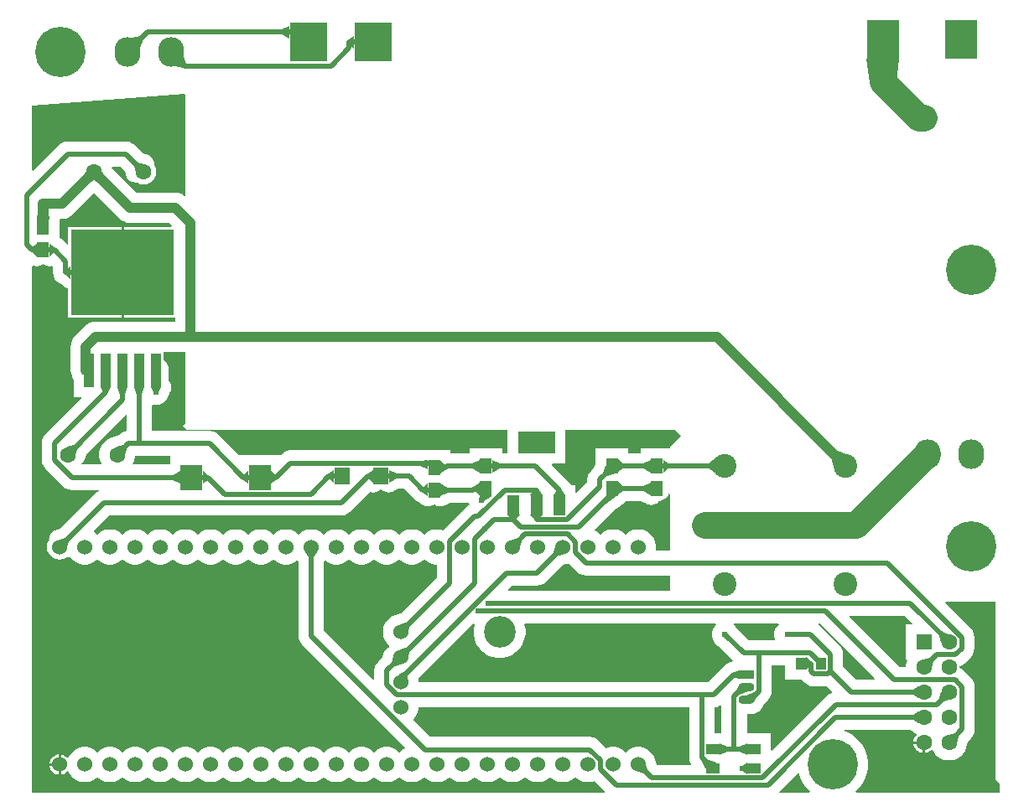
<source format=gtl>
G04*
G04 #@! TF.GenerationSoftware,Altium Limited,Altium Designer,22.3.1 (43)*
G04*
G04 Layer_Physical_Order=1*
G04 Layer_Color=255*
%FSLAX25Y25*%
%MOIN*%
G70*
G04*
G04 #@! TF.SameCoordinates,02BA5850-5A12-481F-9A08-F1AC3C9BE478*
G04*
G04*
G04 #@! TF.FilePolarity,Positive*
G04*
G01*
G75*
%ADD17R,0.05000X0.06000*%
%ADD18R,0.06299X0.06693*%
%ADD19R,0.12992X0.15748*%
%ADD20R,0.14961X0.15748*%
%ADD21R,0.09055X0.09843*%
%ADD22R,0.05421X0.04459*%
%ADD23R,0.41068X0.34252*%
%ADD24R,0.04016X0.13223*%
%ADD25R,0.04331X0.04921*%
%ADD26R,0.14961X0.09055*%
%ADD27R,0.04724X0.07874*%
%ADD51C,0.03937*%
%ADD52C,0.10630*%
%ADD53C,0.02000*%
%ADD54R,0.06299X0.06000*%
%ADD55C,0.06299*%
%ADD56C,0.09449*%
%ADD57O,0.10236X0.11811*%
%ADD58O,0.06299X0.03543*%
%ADD59R,0.06299X0.03543*%
%ADD60C,0.20000*%
%ADD61C,0.06000*%
%ADD62C,0.09843*%
%ADD63C,0.12598*%
%ADD64C,0.02402*%
%ADD65C,0.05906*%
G36*
X257461Y455030D02*
X254461Y456530D01*
Y458530D01*
X257461Y460030D01*
Y455030D01*
D02*
G37*
G36*
X260029Y453350D02*
X260362Y456823D01*
X261776Y458237D01*
X265249Y458570D01*
X260029Y453350D01*
D02*
G37*
G36*
X199312Y454598D02*
X198016Y451506D01*
X194754Y455296D01*
X198004Y456118D01*
X199312Y454598D01*
D02*
G37*
G36*
X283052Y451157D02*
X281049Y452657D01*
Y454657D01*
X283052Y456157D01*
Y451157D01*
D02*
G37*
G36*
X287278Y449966D02*
X283832Y452657D01*
X283832Y454657D01*
X287277Y457348D01*
X287278Y449966D01*
D02*
G37*
G36*
X216376Y444938D02*
X215070Y443416D01*
X211963Y444108D01*
X215218Y447903D01*
X216376Y444938D01*
D02*
G37*
G36*
X498602Y437713D02*
X487972D01*
X486791Y446964D01*
X499783D01*
X498602Y437713D01*
D02*
G37*
G36*
X199540Y405143D02*
X196200Y401803D01*
X195604Y404325D01*
X197018Y405739D01*
X199540Y405143D01*
D02*
G37*
G36*
X184082Y400360D02*
X181298Y397576D01*
X179658Y398719D01*
X178018Y397576D01*
X175234Y400360D01*
X176514Y402197D01*
X179658Y399054D01*
X182801Y402197D01*
X184082Y400360D01*
D02*
G37*
G36*
X216000Y432632D02*
Y392641D01*
X215548Y392427D01*
X215204Y392710D01*
X214167Y393264D01*
X213042Y393605D01*
X211872Y393720D01*
X196419D01*
X187206Y402934D01*
X186792Y403527D01*
X187053Y404027D01*
X190181D01*
X191946Y402262D01*
X192273Y400875D01*
X192295Y400819D01*
X192303Y400759D01*
X192481Y400327D01*
X192647Y399891D01*
X192682Y399841D01*
X192706Y399785D01*
X192990Y399415D01*
X193263Y399036D01*
X193310Y398998D01*
X193347Y398950D01*
X193717Y398666D01*
X194079Y398371D01*
X194134Y398346D01*
X194182Y398309D01*
X194614Y398130D01*
X195040Y397939D01*
X195099Y397929D01*
X195155Y397906D01*
X195618Y397845D01*
X196079Y397770D01*
X196140Y397776D01*
X196200Y397768D01*
X196577Y397818D01*
X196818Y397633D01*
X198035Y397129D01*
X199340Y396957D01*
X200645Y397129D01*
X201862Y397633D01*
X202906Y398434D01*
X203708Y399478D01*
X204211Y400695D01*
X204383Y402000D01*
X204211Y403305D01*
X203708Y404522D01*
X203524Y404760D01*
X203575Y405143D01*
X203567Y405204D01*
X203573Y405264D01*
X203498Y405724D01*
X203437Y406188D01*
X203414Y406244D01*
X203404Y406304D01*
X203213Y406729D01*
X203034Y407161D01*
X202997Y407209D01*
X202973Y407264D01*
X202677Y407626D01*
X202393Y407996D01*
X202345Y408033D01*
X202307Y408080D01*
X201928Y408353D01*
X201557Y408637D01*
X201501Y408661D01*
X201452Y408696D01*
X201016Y408862D01*
X200585Y409040D01*
X200524Y409048D01*
X200468Y409070D01*
X199073Y409399D01*
X195836Y412636D01*
X194792Y413438D01*
X193575Y413941D01*
X192270Y414113D01*
X169230D01*
X167925Y413941D01*
X166708Y413438D01*
X165664Y412636D01*
X155501Y402473D01*
X155039Y402664D01*
Y428311D01*
X215633Y432972D01*
X216000Y432632D01*
D02*
G37*
G36*
X161955Y383008D02*
X156955D01*
X157487Y388914D01*
X161424D01*
X161955Y383008D01*
D02*
G37*
G36*
X163958Y372008D02*
Y370008D01*
X161955Y368508D01*
Y373508D01*
X163958Y372008D01*
D02*
G37*
G36*
X156955Y368508D02*
X154952Y370008D01*
Y372008D01*
X156955Y373508D01*
Y368508D01*
D02*
G37*
G36*
X170466Y359482D02*
X168463Y360982D01*
Y362982D01*
X170466Y364482D01*
Y359482D01*
D02*
G37*
G36*
X189694Y383482D02*
X190603Y382736D01*
X191640Y382182D01*
X192765Y381841D01*
X193935Y381726D01*
X209388D01*
X210543Y380570D01*
X210352Y380108D01*
X191500D01*
Y361982D01*
Y343856D01*
X211854D01*
Y342367D01*
X180330D01*
X179160Y342252D01*
X178035Y341911D01*
X176998Y341357D01*
X176089Y340611D01*
X172139Y336661D01*
X171393Y335752D01*
X170839Y334715D01*
X170498Y333590D01*
X170383Y332420D01*
Y323039D01*
X170381Y323019D01*
X170496Y321849D01*
X170837Y320724D01*
X171391Y319687D01*
X171607Y319425D01*
Y312408D01*
X174524D01*
X174716Y311946D01*
X160415Y297645D01*
X159614Y296601D01*
X159110Y295384D01*
X158938Y294079D01*
Y287469D01*
X159110Y286164D01*
X159614Y284947D01*
X160415Y283903D01*
X167384Y276934D01*
X168428Y276132D01*
X169645Y275629D01*
X170950Y275457D01*
X181538D01*
X181638Y274957D01*
X180994Y274691D01*
X179950Y273889D01*
X166096Y260035D01*
X164820Y259712D01*
X164795Y259702D01*
X164768Y259698D01*
X164306Y259507D01*
X163842Y259321D01*
X163820Y259305D01*
X163795Y259295D01*
X163398Y258991D01*
X162997Y258692D01*
X162981Y258670D01*
X162959Y258654D01*
X162655Y258257D01*
X162345Y257865D01*
X162335Y257840D01*
X162318Y257818D01*
X162127Y257356D01*
X161929Y256897D01*
X161925Y256870D01*
X161915Y256845D01*
X161850Y256349D01*
X161778Y255855D01*
X161781Y255828D01*
X161778Y255801D01*
X161809Y255559D01*
X161633Y255329D01*
X161129Y254112D01*
X160957Y252807D01*
X161129Y251502D01*
X161633Y250285D01*
X162434Y249241D01*
X163478Y248440D01*
X164695Y247936D01*
X166000Y247764D01*
X167305Y247936D01*
X168522Y248440D01*
X168752Y248616D01*
X168994Y248585D01*
X169021Y248588D01*
X169048Y248585D01*
X169542Y248657D01*
X170038Y248722D01*
X170063Y248732D01*
X170090Y248736D01*
X170254Y248807D01*
X170563Y248345D01*
X171538Y247370D01*
X172684Y246604D01*
X173958Y246076D01*
X175311Y245807D01*
X176689D01*
X178042Y246076D01*
X179316Y246604D01*
X180462Y247370D01*
X181000Y247907D01*
X181538Y247370D01*
X182684Y246604D01*
X183958Y246076D01*
X185311Y245807D01*
X186689D01*
X188042Y246076D01*
X189316Y246604D01*
X190462Y247370D01*
X191000Y247907D01*
X191538Y247370D01*
X192684Y246604D01*
X193958Y246076D01*
X195311Y245807D01*
X196689D01*
X198042Y246076D01*
X199316Y246604D01*
X200462Y247370D01*
X201000Y247907D01*
X201538Y247370D01*
X202684Y246604D01*
X203958Y246076D01*
X205311Y245807D01*
X206689D01*
X208042Y246076D01*
X209316Y246604D01*
X210462Y247370D01*
X211000Y247907D01*
X211538Y247370D01*
X212684Y246604D01*
X213958Y246076D01*
X215311Y245807D01*
X216689D01*
X218042Y246076D01*
X219316Y246604D01*
X220462Y247370D01*
X221000Y247907D01*
X221538Y247370D01*
X222684Y246604D01*
X223958Y246076D01*
X225311Y245807D01*
X226689D01*
X228042Y246076D01*
X229316Y246604D01*
X230462Y247370D01*
X231000Y247907D01*
X231538Y247370D01*
X232684Y246604D01*
X233958Y246076D01*
X235311Y245807D01*
X236689D01*
X238042Y246076D01*
X239316Y246604D01*
X240462Y247370D01*
X241000Y247907D01*
X241538Y247370D01*
X242684Y246604D01*
X243958Y246076D01*
X245311Y245807D01*
X246689D01*
X248042Y246076D01*
X249316Y246604D01*
X250462Y247370D01*
X251000Y247907D01*
X251538Y247370D01*
X252684Y246604D01*
X253958Y246076D01*
X255311Y245807D01*
X256689D01*
X258042Y246076D01*
X259316Y246604D01*
X260462Y247370D01*
X260957Y247157D01*
Y217485D01*
X261129Y216180D01*
X261632Y214963D01*
X262434Y213919D01*
X303266Y173087D01*
X303168Y172597D01*
X302684Y172396D01*
X301538Y171630D01*
X301000Y171093D01*
X300462Y171630D01*
X299316Y172396D01*
X298042Y172924D01*
X296689Y173193D01*
X295311D01*
X293958Y172924D01*
X292684Y172396D01*
X291538Y171630D01*
X291000Y171093D01*
X290462Y171630D01*
X289316Y172396D01*
X288042Y172924D01*
X286689Y173193D01*
X285311D01*
X283958Y172924D01*
X282684Y172396D01*
X281538Y171630D01*
X281000Y171093D01*
X280462Y171630D01*
X279316Y172396D01*
X278042Y172924D01*
X276689Y173193D01*
X275311D01*
X273958Y172924D01*
X272684Y172396D01*
X271538Y171630D01*
X271000Y171093D01*
X270462Y171630D01*
X269316Y172396D01*
X268042Y172924D01*
X266689Y173193D01*
X265311D01*
X263958Y172924D01*
X262684Y172396D01*
X261538Y171630D01*
X261000Y171093D01*
X260462Y171630D01*
X259316Y172396D01*
X258042Y172924D01*
X256689Y173193D01*
X255311D01*
X253958Y172924D01*
X252684Y172396D01*
X251538Y171630D01*
X251000Y171093D01*
X250462Y171630D01*
X249316Y172396D01*
X248042Y172924D01*
X246689Y173193D01*
X245311D01*
X243958Y172924D01*
X242684Y172396D01*
X241538Y171630D01*
X241000Y171093D01*
X240462Y171630D01*
X239316Y172396D01*
X238042Y172924D01*
X236689Y173193D01*
X235311D01*
X233958Y172924D01*
X232684Y172396D01*
X231538Y171630D01*
X231000Y171093D01*
X230462Y171630D01*
X229316Y172396D01*
X228042Y172924D01*
X226689Y173193D01*
X225311D01*
X223958Y172924D01*
X222684Y172396D01*
X221538Y171630D01*
X221000Y171093D01*
X220462Y171630D01*
X219316Y172396D01*
X218042Y172924D01*
X216689Y173193D01*
X215311D01*
X213958Y172924D01*
X212684Y172396D01*
X211538Y171630D01*
X211000Y171093D01*
X210462Y171630D01*
X209316Y172396D01*
X208042Y172924D01*
X206689Y173193D01*
X205311D01*
X203958Y172924D01*
X202684Y172396D01*
X201538Y171630D01*
X201000Y171093D01*
X200462Y171630D01*
X199316Y172396D01*
X198042Y172924D01*
X196689Y173193D01*
X195311D01*
X193958Y172924D01*
X192684Y172396D01*
X191538Y171630D01*
X191000Y171093D01*
X190462Y171630D01*
X189316Y172396D01*
X188042Y172924D01*
X186689Y173193D01*
X185311D01*
X183958Y172924D01*
X182684Y172396D01*
X181538Y171630D01*
X181000Y171093D01*
X180462Y171630D01*
X179316Y172396D01*
X178042Y172924D01*
X176689Y173193D01*
X175311D01*
X173958Y172924D01*
X172684Y172396D01*
X171538Y171630D01*
X170563Y170655D01*
X169797Y169509D01*
X169571Y168963D01*
X168988Y168862D01*
X168456Y169394D01*
X167544Y169920D01*
X166527Y170193D01*
X166500D01*
Y166193D01*
Y162193D01*
X166527D01*
X167544Y162466D01*
X168456Y162992D01*
X168988Y163524D01*
X169571Y163423D01*
X169797Y162877D01*
X170563Y161731D01*
X171538Y160756D01*
X172684Y159990D01*
X173958Y159462D01*
X175311Y159193D01*
X176689D01*
X178042Y159462D01*
X179316Y159990D01*
X180462Y160756D01*
X181000Y161294D01*
X181538Y160756D01*
X182684Y159990D01*
X183958Y159462D01*
X185311Y159193D01*
X186689D01*
X188042Y159462D01*
X189316Y159990D01*
X190462Y160756D01*
X191000Y161294D01*
X191538Y160756D01*
X192684Y159990D01*
X193958Y159462D01*
X195311Y159193D01*
X196689D01*
X198042Y159462D01*
X199316Y159990D01*
X200462Y160756D01*
X201000Y161294D01*
X201538Y160756D01*
X202684Y159990D01*
X203958Y159462D01*
X205311Y159193D01*
X206689D01*
X208042Y159462D01*
X209316Y159990D01*
X210462Y160756D01*
X211000Y161294D01*
X211538Y160756D01*
X212684Y159990D01*
X213958Y159462D01*
X215311Y159193D01*
X216689D01*
X218042Y159462D01*
X219316Y159990D01*
X220462Y160756D01*
X221000Y161294D01*
X221538Y160756D01*
X222684Y159990D01*
X223958Y159462D01*
X225311Y159193D01*
X226689D01*
X228042Y159462D01*
X229316Y159990D01*
X230462Y160756D01*
X231000Y161294D01*
X231538Y160756D01*
X232684Y159990D01*
X233958Y159462D01*
X235311Y159193D01*
X236689D01*
X238042Y159462D01*
X239316Y159990D01*
X240462Y160756D01*
X241000Y161294D01*
X241538Y160756D01*
X242684Y159990D01*
X243958Y159462D01*
X245311Y159193D01*
X246689D01*
X248042Y159462D01*
X249316Y159990D01*
X250462Y160756D01*
X251000Y161294D01*
X251538Y160756D01*
X252684Y159990D01*
X253958Y159462D01*
X255311Y159193D01*
X256689D01*
X258042Y159462D01*
X259316Y159990D01*
X260462Y160756D01*
X261000Y161294D01*
X261538Y160756D01*
X262684Y159990D01*
X263958Y159462D01*
X265311Y159193D01*
X266689D01*
X268042Y159462D01*
X269316Y159990D01*
X270462Y160756D01*
X271000Y161294D01*
X271538Y160756D01*
X272684Y159990D01*
X273958Y159462D01*
X275311Y159193D01*
X276689D01*
X278042Y159462D01*
X279316Y159990D01*
X280462Y160756D01*
X281000Y161294D01*
X281538Y160756D01*
X282684Y159990D01*
X283958Y159462D01*
X285311Y159193D01*
X286689D01*
X288042Y159462D01*
X289316Y159990D01*
X290462Y160756D01*
X291000Y161294D01*
X291538Y160756D01*
X292684Y159990D01*
X293958Y159462D01*
X295311Y159193D01*
X296689D01*
X298042Y159462D01*
X299316Y159990D01*
X300462Y160756D01*
X301000Y161294D01*
X301538Y160756D01*
X302684Y159990D01*
X303958Y159462D01*
X305311Y159193D01*
X306689D01*
X308042Y159462D01*
X309316Y159990D01*
X310462Y160756D01*
X311000Y161294D01*
X311538Y160756D01*
X312684Y159990D01*
X313958Y159462D01*
X315311Y159193D01*
X316689D01*
X318042Y159462D01*
X319316Y159990D01*
X320462Y160756D01*
X321000Y161294D01*
X321538Y160756D01*
X322684Y159990D01*
X323958Y159462D01*
X325311Y159193D01*
X326689D01*
X328042Y159462D01*
X329316Y159990D01*
X330462Y160756D01*
X331000Y161294D01*
X331538Y160756D01*
X332684Y159990D01*
X333958Y159462D01*
X335311Y159193D01*
X336689D01*
X338042Y159462D01*
X339316Y159990D01*
X340462Y160756D01*
X341000Y161294D01*
X341538Y160756D01*
X342684Y159990D01*
X343958Y159462D01*
X345311Y159193D01*
X346689D01*
X348042Y159462D01*
X349316Y159990D01*
X350462Y160756D01*
X351000Y161294D01*
X351538Y160756D01*
X352684Y159990D01*
X353958Y159462D01*
X355311Y159193D01*
X356689D01*
X358042Y159462D01*
X359316Y159990D01*
X360462Y160756D01*
X361000Y161294D01*
X361538Y160756D01*
X362684Y159990D01*
X363958Y159462D01*
X365311Y159193D01*
X366689D01*
X368042Y159462D01*
X369316Y159990D01*
X370462Y160756D01*
X371000Y161294D01*
X371538Y160756D01*
X372684Y159990D01*
X373958Y159462D01*
X375311Y159193D01*
X376689D01*
X378042Y159462D01*
X378569Y159680D01*
X382748Y155501D01*
X382557Y155039D01*
X155039D01*
Y364423D01*
X155265Y364608D01*
X155539Y364741D01*
X155688Y364703D01*
X155911Y364611D01*
X156196Y364573D01*
X156475Y364502D01*
X156716Y364505D01*
X156955Y364474D01*
X157241Y364511D01*
X157529Y364514D01*
X157761Y364580D01*
X157999Y364611D01*
X158265Y364721D01*
X158543Y364799D01*
X158750Y364922D01*
X158972Y365014D01*
X159201Y365189D01*
X159449Y365336D01*
X159462D01*
X159462Y365336D01*
X159709Y365189D01*
X159938Y365014D01*
X160160Y364922D01*
X160368Y364799D01*
X160645Y364721D01*
X160911Y364611D01*
X161150Y364580D01*
X161382Y364514D01*
X161670Y364511D01*
X161955Y364474D01*
X162194Y364505D01*
X162435Y364502D01*
X162714Y364573D01*
X162999Y364611D01*
X163002Y364612D01*
X163420Y364286D01*
Y361982D01*
X163592Y360677D01*
X164095Y359460D01*
X164897Y358416D01*
X165941Y357614D01*
X166585Y357348D01*
X168048Y356253D01*
X168258Y356135D01*
X168449Y355988D01*
X168715Y355878D01*
X168966Y355737D01*
X169199Y355677D01*
X169422Y355585D01*
X169466Y355579D01*
Y343856D01*
X190500D01*
Y361982D01*
Y380108D01*
X169466D01*
Y373285D01*
X169004Y373094D01*
X167524Y374574D01*
X166480Y375376D01*
X165955Y375593D01*
Y382745D01*
X165990Y383008D01*
X166418Y383329D01*
X166984D01*
X168154Y383444D01*
X169279Y383785D01*
X170316Y384339D01*
X171225Y385085D01*
X179658Y393518D01*
X189694Y383482D01*
D02*
G37*
G36*
X185307Y314405D02*
X183307D01*
X182299Y316408D01*
X186315D01*
X185307Y314405D01*
D02*
G37*
G36*
X205386Y314281D02*
X203386D01*
X202378Y316408D01*
X206394D01*
X205386Y314281D01*
D02*
G37*
G36*
X198693Y313408D02*
X196693D01*
X195685Y316408D01*
X199701D01*
X198693Y313408D01*
D02*
G37*
G36*
X192000D02*
X190000D01*
X188992Y316408D01*
X193008D01*
X192000Y313408D01*
D02*
G37*
G36*
X216000Y302000D02*
X215000Y301000D01*
X216500Y299500D01*
X344020D01*
Y290051D01*
X341955D01*
Y292008D01*
X328955D01*
Y290051D01*
X321401D01*
Y291471D01*
X312664D01*
X312401Y291506D01*
X312195Y291478D01*
X311987Y291484D01*
X311859Y291471D01*
X308401D01*
Y291204D01*
X257775D01*
X256470Y291032D01*
X255253Y290528D01*
X254209Y289727D01*
X253903Y289421D01*
X237263D01*
X229192Y297492D01*
X228148Y298293D01*
X226931Y298797D01*
X225626Y298969D01*
X202736D01*
Y309075D01*
X203236Y309389D01*
X204385Y309238D01*
X204386D01*
X205691Y309410D01*
X206908Y309913D01*
X207952Y310715D01*
X208753Y311759D01*
X209257Y312976D01*
X209267Y313050D01*
X210040Y314680D01*
X210151Y315027D01*
X210291Y315364D01*
X210312Y315526D01*
X210363Y315683D01*
X210381Y316047D01*
X210428Y316408D01*
X210407Y316570D01*
X210415Y316734D01*
X210338Y317091D01*
X210291Y317452D01*
X210228Y317604D01*
X210193Y317764D01*
X210027Y318088D01*
X209888Y318425D01*
X209788Y318555D01*
X209713Y318701D01*
X209469Y318971D01*
X209429Y319023D01*
Y323019D01*
X209257Y324324D01*
X208753Y325541D01*
X207952Y326585D01*
X207394Y327013D01*
Y330373D01*
X216000D01*
Y302000D01*
D02*
G37*
G36*
X413000Y297000D02*
X408500Y292500D01*
Y292008D01*
X396955D01*
Y290051D01*
X392000D01*
Y292045D01*
X379000D01*
Y285764D01*
X378421Y284340D01*
X377234Y283153D01*
X376432Y282109D01*
X375929Y280892D01*
X375757Y279587D01*
Y278670D01*
X371417Y274330D01*
X370917Y274537D01*
Y277437D01*
X369140D01*
X368922Y277962D01*
X368121Y279006D01*
X361617Y285510D01*
X361808Y285972D01*
X366980D01*
Y299500D01*
X410500D01*
X413000Y297000D01*
D02*
G37*
G36*
X192581Y291825D02*
X191985Y289303D01*
X188645Y292643D01*
X191167Y293239D01*
X192581Y291825D01*
D02*
G37*
G36*
X172896D02*
X172300Y289303D01*
X168960Y292643D01*
X171482Y293239D01*
X172896Y291825D01*
D02*
G37*
G36*
X209889Y285543D02*
X195328D01*
X195092Y285984D01*
X195178Y286113D01*
X195717Y287415D01*
X195905Y288356D01*
X195912Y288375D01*
X196032Y288883D01*
X209889D01*
Y285543D01*
D02*
G37*
G36*
X192650Y305207D02*
Y298888D01*
X191963Y298797D01*
X190746Y298293D01*
X189702Y297492D01*
X189108Y296899D01*
X187717Y296570D01*
X187695Y296561D01*
X186757Y296375D01*
X185456Y295836D01*
X184285Y295054D01*
X183289Y294058D01*
X182507Y292887D01*
X181968Y291585D01*
X181693Y290204D01*
Y288796D01*
X181968Y287415D01*
X182507Y286113D01*
X182593Y285984D01*
X182357Y285543D01*
X174811D01*
X174633Y286043D01*
X174783Y286166D01*
X175153Y286450D01*
X175190Y286498D01*
X175237Y286536D01*
X175510Y286915D01*
X175794Y287285D01*
X175818Y287341D01*
X175853Y287391D01*
X176019Y287827D01*
X176198Y288259D01*
X176205Y288319D01*
X176227Y288375D01*
X176555Y289766D01*
X192188Y305399D01*
X192650Y305207D01*
D02*
G37*
G36*
X478749Y289837D02*
X473737Y284826D01*
X472513Y288279D01*
X475297Y291062D01*
X478749Y289837D01*
D02*
G37*
G36*
X312401Y283661D02*
X309401Y285161D01*
Y287161D01*
X312401Y287471D01*
Y283661D01*
D02*
G37*
G36*
X390003Y286045D02*
Y284045D01*
X388000Y282545D01*
Y287545D01*
X390003Y286045D01*
D02*
G37*
G36*
X407958Y286008D02*
Y284008D01*
X405955Y282508D01*
Y287508D01*
X407958Y286008D01*
D02*
G37*
G36*
X400955Y282508D02*
X397955Y284008D01*
Y286008D01*
X400955Y287508D01*
Y282508D01*
D02*
G37*
G36*
X340955Y286008D02*
Y284008D01*
X337955Y282508D01*
Y287508D01*
X340955Y286008D01*
D02*
G37*
G36*
X332955Y282508D02*
X329955Y284008D01*
Y286008D01*
X332955Y287508D01*
Y282508D01*
D02*
G37*
G36*
X319404Y285471D02*
Y283471D01*
X317401Y281971D01*
Y286971D01*
X319404Y285471D01*
D02*
G37*
G36*
X427297Y281579D02*
X423990Y284122D01*
Y286122D01*
X427297Y288665D01*
Y281579D01*
D02*
G37*
G36*
X387112Y282045D02*
X383514Y280887D01*
X381842Y282043D01*
X383000Y284890D01*
X387112Y282045D01*
D02*
G37*
G36*
X299866Y282000D02*
Y280000D01*
X296866Y278500D01*
Y283500D01*
X299866Y282000D01*
D02*
G37*
G36*
X290567Y278500D02*
X288564Y280000D01*
Y282000D01*
X290567Y283500D01*
Y278500D01*
D02*
G37*
G36*
X275134D02*
X273131Y280000D01*
Y282000D01*
X275134Y283500D01*
Y278500D01*
D02*
G37*
G36*
X252114Y281500D02*
Y279500D01*
X250111Y278000D01*
Y283000D01*
X252114Y281500D01*
D02*
G37*
G36*
X241055Y278000D02*
X239052Y279500D01*
Y281500D01*
X241055Y283000D01*
Y278000D01*
D02*
G37*
G36*
X224948Y281500D02*
Y279500D01*
X222945Y278000D01*
Y283000D01*
X224948Y281500D01*
D02*
G37*
G36*
X213889Y278000D02*
X210889Y279500D01*
Y281500D01*
X213889Y283000D01*
Y278000D01*
D02*
G37*
G36*
X306832Y271905D02*
X307876Y271104D01*
X308520Y270837D01*
X309983Y269741D01*
X310193Y269623D01*
X310384Y269477D01*
X310650Y269367D01*
X310902Y269226D01*
X311135Y269166D01*
X311357Y269074D01*
X311643Y269036D01*
X311922Y268965D01*
X312163Y268968D01*
X312401Y268936D01*
X312687Y268974D01*
X312975Y268977D01*
X313207Y269042D01*
X313446Y269074D01*
X313712Y269184D01*
X313989Y269262D01*
X314196Y269385D01*
X314419Y269477D01*
X314647Y269652D01*
X314895Y269799D01*
X314922Y269827D01*
X315178Y269604D01*
X315288Y269551D01*
X315384Y269477D01*
X315760Y269321D01*
X316125Y269144D01*
X316245Y269120D01*
X316357Y269074D01*
X316760Y269021D01*
X317160Y268944D01*
X317281Y268952D01*
X317401Y268936D01*
X317805Y268989D01*
X318210Y269018D01*
X318325Y269058D01*
X318446Y269074D01*
X318821Y269230D01*
X319206Y269362D01*
X321337Y270428D01*
X328691D01*
X328762Y269890D01*
X328901Y269554D01*
X328592Y269426D01*
X327548Y268625D01*
X318338Y259415D01*
X318042Y259538D01*
X316689Y259807D01*
X315311D01*
X313958Y259538D01*
X312684Y259010D01*
X311538Y258244D01*
X311000Y257706D01*
X310462Y258244D01*
X309316Y259010D01*
X308042Y259538D01*
X306689Y259807D01*
X305311D01*
X303958Y259538D01*
X302684Y259010D01*
X301538Y258244D01*
X301000Y257706D01*
X300462Y258244D01*
X299316Y259010D01*
X298042Y259538D01*
X296689Y259807D01*
X295311D01*
X293958Y259538D01*
X292684Y259010D01*
X291538Y258244D01*
X291000Y257706D01*
X290462Y258244D01*
X289316Y259010D01*
X288042Y259538D01*
X286689Y259807D01*
X285311D01*
X283958Y259538D01*
X282684Y259010D01*
X281538Y258244D01*
X281000Y257706D01*
X280462Y258244D01*
X279316Y259010D01*
X278042Y259538D01*
X276689Y259807D01*
X275311D01*
X273958Y259538D01*
X272684Y259010D01*
X271538Y258244D01*
X271000Y257706D01*
X270462Y258244D01*
X269316Y259010D01*
X268042Y259538D01*
X266689Y259807D01*
X265311D01*
X263958Y259538D01*
X262684Y259010D01*
X261538Y258244D01*
X261000Y257706D01*
X260462Y258244D01*
X259316Y259010D01*
X258042Y259538D01*
X256689Y259807D01*
X255311D01*
X253958Y259538D01*
X252684Y259010D01*
X251538Y258244D01*
X251000Y257706D01*
X250462Y258244D01*
X249316Y259010D01*
X248042Y259538D01*
X246689Y259807D01*
X245311D01*
X243958Y259538D01*
X242684Y259010D01*
X241538Y258244D01*
X241000Y257706D01*
X240462Y258244D01*
X239316Y259010D01*
X238042Y259538D01*
X236689Y259807D01*
X235311D01*
X233958Y259538D01*
X232684Y259010D01*
X231538Y258244D01*
X231000Y257706D01*
X230462Y258244D01*
X229316Y259010D01*
X228042Y259538D01*
X226689Y259807D01*
X225311D01*
X223958Y259538D01*
X222684Y259010D01*
X221538Y258244D01*
X221000Y257706D01*
X220462Y258244D01*
X219316Y259010D01*
X218042Y259538D01*
X216689Y259807D01*
X215311D01*
X213958Y259538D01*
X212684Y259010D01*
X211538Y258244D01*
X211000Y257706D01*
X210462Y258244D01*
X209316Y259010D01*
X208042Y259538D01*
X206689Y259807D01*
X205311D01*
X203958Y259538D01*
X202684Y259010D01*
X201538Y258244D01*
X201000Y257706D01*
X200462Y258244D01*
X199316Y259010D01*
X198042Y259538D01*
X196689Y259807D01*
X195311D01*
X193958Y259538D01*
X192684Y259010D01*
X191538Y258244D01*
X191000Y257706D01*
X190462Y258244D01*
X189316Y259010D01*
X188042Y259538D01*
X186689Y259807D01*
X185311D01*
X183958Y259538D01*
X182684Y259010D01*
X181538Y258244D01*
X181000Y257706D01*
X180462Y258244D01*
X179655Y258783D01*
X179606Y259281D01*
X185605Y265280D01*
X277887D01*
X279192Y265452D01*
X280409Y265955D01*
X281453Y266757D01*
X289365Y274669D01*
X289523Y274603D01*
X289808Y274565D01*
X290087Y274494D01*
X290328Y274497D01*
X290567Y274465D01*
X290852Y274503D01*
X291140Y274506D01*
X291372Y274571D01*
X291611Y274603D01*
X291877Y274713D01*
X292154Y274791D01*
X292361Y274914D01*
X292584Y275006D01*
X292813Y275181D01*
X293060Y275328D01*
X293229Y275500D01*
X293382Y275619D01*
X293468Y275656D01*
X293653Y275691D01*
X294011Y275649D01*
X294013Y275647D01*
X294336Y275400D01*
X294643Y275133D01*
X294753Y275080D01*
X294849Y275006D01*
X295225Y274850D01*
X295590Y274673D01*
X295710Y274649D01*
X295822Y274603D01*
X296225Y274550D01*
X296624Y274473D01*
X296746Y274481D01*
X296866Y274465D01*
X297269Y274519D01*
X297675Y274547D01*
X297790Y274587D01*
X297910Y274603D01*
X298286Y274759D01*
X298671Y274891D01*
X300801Y275957D01*
X302780D01*
X306832Y271905D01*
D02*
G37*
G36*
X516118Y288913D02*
X503186Y274370D01*
X496207Y282423D01*
X505882Y290487D01*
X516118Y288913D01*
D02*
G37*
G36*
X390003Y277045D02*
Y275045D01*
X388000Y273545D01*
Y278545D01*
X390003Y277045D01*
D02*
G37*
G36*
X400955Y273508D02*
X397955Y275008D01*
Y277008D01*
X400955Y278508D01*
Y273508D01*
D02*
G37*
G36*
X332955D02*
X330952Y275008D01*
Y277008D01*
X332955Y278508D01*
Y273508D01*
D02*
G37*
G36*
X366917Y273437D02*
X362193D01*
X363555Y275440D01*
X365555D01*
X366917Y273437D01*
D02*
G37*
G36*
X357862D02*
X353138D01*
X354500Y275440D01*
X356500D01*
X357862Y273437D01*
D02*
G37*
G36*
X320401Y276471D02*
Y274471D01*
X317401Y272971D01*
Y277971D01*
X320401Y276471D01*
D02*
G37*
G36*
X312401Y272971D02*
X310398Y274471D01*
Y276471D01*
X312401Y277971D01*
Y272971D01*
D02*
G37*
G36*
X334132Y273008D02*
X337946D01*
X335047Y271195D01*
X334963Y271223D01*
X334831Y271120D01*
X334610Y271341D01*
X332926Y271902D01*
X332955Y273008D01*
X334043D01*
X334082Y273058D01*
X334132Y273008D01*
D02*
G37*
G36*
X383166Y270045D02*
X380338D01*
X383000Y273045D01*
X387252D01*
X383166Y270045D01*
D02*
G37*
G36*
X408500Y273815D02*
Y251456D01*
X403263D01*
X402945Y251843D01*
X403000Y252118D01*
Y253497D01*
X402731Y254849D01*
X402203Y256123D01*
X401437Y257269D01*
X400462Y258244D01*
X399316Y259010D01*
X398042Y259538D01*
X396689Y259807D01*
X395311D01*
X393958Y259538D01*
X392684Y259010D01*
X391538Y258244D01*
X391000Y257706D01*
X390462Y258244D01*
X389316Y259010D01*
X388042Y259538D01*
X386689Y259807D01*
X385311D01*
X383958Y259538D01*
X382684Y259010D01*
X381538Y258244D01*
X381000Y257706D01*
X380462Y258244D01*
X379316Y259010D01*
X378695Y259267D01*
X378597Y259758D01*
X385848Y267009D01*
X389640Y269793D01*
X389826Y269971D01*
X390018Y270051D01*
X390209Y270198D01*
X390419Y270316D01*
X391286Y270965D01*
X397020D01*
X399151Y269900D01*
X399535Y269767D01*
X399911Y269611D01*
X400031Y269595D01*
X400146Y269555D01*
X400552Y269527D01*
X400955Y269474D01*
X401076Y269489D01*
X401197Y269481D01*
X401596Y269558D01*
X401999Y269611D01*
X402111Y269657D01*
X402231Y269681D01*
X402597Y269859D01*
X402972Y270014D01*
X403069Y270088D01*
X403178Y270141D01*
X403485Y270408D01*
X403808Y270655D01*
X403882Y270752D01*
X403974Y270831D01*
X404123Y271053D01*
X404760Y271137D01*
X405977Y271640D01*
X406456Y272008D01*
X406955D01*
Y272391D01*
X407021Y272442D01*
X407823Y273486D01*
X408000Y273915D01*
X408500Y273815D01*
D02*
G37*
G36*
X347445Y263657D02*
X345445D01*
X344083Y265563D01*
X348807D01*
X347445Y263657D01*
D02*
G37*
G36*
X356500Y263560D02*
X354500D01*
X353138Y265563D01*
X357862D01*
X356500Y263560D01*
D02*
G37*
G36*
X336805Y260334D02*
X336140Y259810D01*
X334867Y261083D01*
X335391Y261748D01*
X336805Y260334D01*
D02*
G37*
G36*
X335017Y258687D02*
X334493Y258022D01*
X333079Y259436D01*
X333743Y259960D01*
X335017Y258687D01*
D02*
G37*
G36*
X349595Y254988D02*
X348994Y252619D01*
X345812Y255801D01*
X348181Y256402D01*
X349595Y254988D01*
D02*
G37*
G36*
X169595D02*
X168994Y252619D01*
X165812Y255801D01*
X168181Y256402D01*
X169595Y254988D01*
D02*
G37*
G36*
X366188Y249813D02*
X363819Y249212D01*
X362405Y250626D01*
X363006Y252995D01*
X366188Y249813D01*
D02*
G37*
G36*
X267000Y248723D02*
X265000D01*
X263750Y250823D01*
X268250D01*
X267000Y248723D01*
D02*
G37*
G36*
X311538Y247370D02*
X312684Y246604D01*
X313958Y246076D01*
X315311Y245807D01*
X315956D01*
Y240588D01*
X301597Y226229D01*
X300320Y225905D01*
X300308Y225900D01*
X299458Y225731D01*
X298184Y225203D01*
X297038Y224437D01*
X296063Y223462D01*
X295297Y222316D01*
X294769Y221042D01*
X294500Y219689D01*
Y218311D01*
X294769Y216958D01*
X295297Y215684D01*
X296063Y214538D01*
X297038Y213563D01*
X297136Y213497D01*
X297084Y212930D01*
X296950Y212873D01*
X296489Y212682D01*
X296467Y212665D01*
X296442Y212655D01*
X296050Y212345D01*
X295653Y212041D01*
X295637Y212019D01*
X295615Y212002D01*
X295316Y211602D01*
X295012Y211205D01*
X295002Y211180D01*
X294985Y211158D01*
X294800Y210694D01*
X294609Y210232D01*
X294605Y210205D01*
X294595Y210180D01*
X294271Y208903D01*
X292540Y207172D01*
X291739Y206128D01*
X291235Y204911D01*
X291063Y203606D01*
Y200207D01*
X290601Y200016D01*
X271043Y219574D01*
Y247157D01*
X271538Y247370D01*
X272684Y246604D01*
X273958Y246076D01*
X275311Y245807D01*
X276689D01*
X278042Y246076D01*
X279316Y246604D01*
X280462Y247370D01*
X281000Y247907D01*
X281538Y247370D01*
X282684Y246604D01*
X283958Y246076D01*
X285311Y245807D01*
X286689D01*
X288042Y246076D01*
X289316Y246604D01*
X290462Y247370D01*
X291000Y247907D01*
X291538Y247370D01*
X292684Y246604D01*
X293958Y246076D01*
X295311Y245807D01*
X296689D01*
X298042Y246076D01*
X299316Y246604D01*
X300462Y247370D01*
X301000Y247907D01*
X301538Y247370D01*
X302684Y246604D01*
X303958Y246076D01*
X305311Y245807D01*
X306689D01*
X308042Y246076D01*
X309316Y246604D01*
X310462Y247370D01*
X311000Y247907D01*
X311538Y247370D01*
D02*
G37*
G36*
X371699Y242847D02*
X372743Y242045D01*
X373960Y241542D01*
X375265Y241370D01*
X408500D01*
Y235504D01*
X344358D01*
X344167Y235966D01*
X345604Y237403D01*
X355639D01*
X356944Y237575D01*
X358161Y238078D01*
X359205Y238880D01*
X365903Y245578D01*
X367180Y245902D01*
X367192Y245907D01*
X368042Y246076D01*
X368345Y246201D01*
X371699Y242847D01*
D02*
G37*
G36*
X337788Y229461D02*
X336947Y229560D01*
Y231362D01*
X337788Y231461D01*
Y229461D01*
D02*
G37*
G36*
X334101Y226429D02*
X333260Y226528D01*
Y228330D01*
X334101Y228429D01*
Y226429D01*
D02*
G37*
G36*
X305095Y221181D02*
X304494Y218812D01*
X301312Y221994D01*
X303681Y222595D01*
X305095Y221181D01*
D02*
G37*
G36*
X456906Y216970D02*
X456065Y217069D01*
Y218871D01*
X456906Y218970D01*
Y216970D01*
D02*
G37*
G36*
X432285Y217521D02*
X430871Y216107D01*
X430347Y216772D01*
X431620Y218045D01*
X432285Y217521D01*
D02*
G37*
G36*
X451832Y221886D02*
X451109Y221163D01*
X450425Y219977D01*
X450070Y218655D01*
Y217285D01*
X450385Y216110D01*
X450113Y215610D01*
X439914D01*
X434888Y220636D01*
X434584Y221163D01*
X433861Y221886D01*
X434068Y222386D01*
X451625D01*
X451832Y221886D01*
D02*
G37*
G36*
X519697Y218143D02*
X516357Y214803D01*
X515761Y217325D01*
X517175Y218739D01*
X519697Y218143D01*
D02*
G37*
G36*
X305095Y211181D02*
X304494Y208812D01*
X301312Y211994D01*
X303681Y212595D01*
X305095Y211181D01*
D02*
G37*
G36*
X426983Y221886D02*
X426260Y221163D01*
X425576Y219977D01*
X425221Y218655D01*
Y217285D01*
X425576Y215963D01*
X426260Y214777D01*
X427229Y213808D01*
X427756Y213504D01*
X433587Y207673D01*
X433484Y207183D01*
X432742Y206898D01*
X432542Y206871D01*
X431325Y206367D01*
X430281Y205566D01*
X423758Y199043D01*
X308500D01*
Y199689D01*
X308484Y199770D01*
X308489Y200288D01*
X330462Y222261D01*
X330538Y222236D01*
X330967Y221965D01*
X330571Y219975D01*
Y217947D01*
X330967Y215957D01*
X331743Y214083D01*
X332870Y212396D01*
X334305Y210961D01*
X335992Y209834D01*
X337866Y209058D01*
X339856Y208662D01*
X341884D01*
X343874Y209058D01*
X345748Y209834D01*
X347435Y210961D01*
X348870Y212396D01*
X349997Y214083D01*
X350773Y215957D01*
X351169Y217947D01*
Y219975D01*
X350789Y221886D01*
X350970Y222268D01*
X351049Y222386D01*
X426776D01*
X426983Y221886D01*
D02*
G37*
G36*
X301688Y206006D02*
X299319Y205405D01*
X297905Y206819D01*
X298506Y209188D01*
X301688Y206006D01*
D02*
G37*
G36*
X504906Y222462D02*
X504715Y222000D01*
X502350D01*
Y208000D01*
X502554D01*
X502832Y207584D01*
X502625Y207085D01*
X502350Y205704D01*
Y205043D01*
X499821D01*
X479908Y224956D01*
X480099Y225418D01*
X501950D01*
X504906Y222462D01*
D02*
G37*
G36*
X513239Y207325D02*
X512643Y204803D01*
X509303Y208143D01*
X511825Y208739D01*
X513239Y207325D01*
D02*
G37*
G36*
X464668Y207500D02*
Y205500D01*
X462666Y204039D01*
Y208961D01*
X464668Y207500D01*
D02*
G37*
G36*
X435851Y200228D02*
X433847Y201000D01*
Y203000D01*
X435851Y203771D01*
Y200228D01*
D02*
G37*
G36*
X490095Y200505D02*
X489903Y200043D01*
X482572D01*
X477314Y205301D01*
Y210123D01*
X477142Y211428D01*
X476639Y212645D01*
X475837Y213689D01*
X467990Y221536D01*
X467534Y221886D01*
X467704Y222386D01*
X468214D01*
X490095Y200505D01*
D02*
G37*
G36*
X304470Y201987D02*
X304447Y199560D01*
X300576Y201854D01*
X302695Y203040D01*
X304470Y201987D01*
D02*
G37*
G36*
X439627Y195228D02*
X436289Y194153D01*
X434775Y195467D01*
X436295Y198173D01*
X439627Y195228D01*
D02*
G37*
G36*
X507417Y192638D02*
X505212Y194000D01*
Y196000D01*
X507417Y197362D01*
Y192638D01*
D02*
G37*
G36*
X519697Y191857D02*
X517175Y191261D01*
X515761Y192675D01*
X516357Y195197D01*
X519697Y191857D01*
D02*
G37*
G36*
X443295Y193406D02*
X441529Y190653D01*
X438865Y193772D01*
X441934Y194873D01*
X443295Y193406D01*
D02*
G37*
G36*
X507417Y182638D02*
X505212Y184000D01*
Y186000D01*
X507417Y187362D01*
Y182638D01*
D02*
G37*
G36*
X429079Y189612D02*
Y178849D01*
X428722Y178536D01*
X428465Y178535D01*
X428210Y178568D01*
X427948Y178534D01*
X426226D01*
Y189007D01*
X427152Y189129D01*
X428369Y189632D01*
X428630Y189833D01*
X429079Y189612D01*
D02*
G37*
G36*
X523239Y177325D02*
X522643Y174803D01*
X519303Y178143D01*
X521825Y178739D01*
X523239Y177325D01*
D02*
G37*
G36*
X454335Y200039D02*
X460924D01*
X461102Y199808D01*
X462195Y198715D01*
X463239Y197914D01*
X464456Y197410D01*
X465761Y197238D01*
X465761Y197238D01*
X471113D01*
X473018Y195333D01*
X472901Y194743D01*
X471993Y194368D01*
X470949Y193566D01*
X449173Y171790D01*
X448711Y171981D01*
Y178534D01*
X439552D01*
X439290Y178568D01*
X439165Y178677D01*
Y186179D01*
X440378D01*
X441885Y186377D01*
X443289Y186959D01*
X443865Y187401D01*
X444149Y187585D01*
X444192Y187633D01*
X444244Y187669D01*
X444299Y187733D01*
X444494Y187884D01*
X445420Y189089D01*
X445603Y189531D01*
X446434Y190827D01*
X447543Y191936D01*
X448345Y192980D01*
X448848Y194197D01*
X449020Y195502D01*
X449020Y195502D01*
Y205524D01*
X454335D01*
Y200039D01*
D02*
G37*
G36*
X439290Y170075D02*
X436290Y171304D01*
Y173304D01*
X439290Y174534D01*
Y170075D01*
D02*
G37*
G36*
X431211Y173304D02*
Y171304D01*
X428210Y170075D01*
Y174534D01*
X431211Y173304D01*
D02*
G37*
G36*
X538000Y160500D02*
X539661Y158839D01*
Y155161D01*
X539539Y155039D01*
X482533D01*
X482379Y155514D01*
X482454Y155569D01*
X484013Y157128D01*
X485308Y158910D01*
X486308Y160874D01*
X486989Y162970D01*
X487334Y165146D01*
Y167350D01*
X486989Y169526D01*
X486308Y171622D01*
X485308Y173586D01*
X484013Y175368D01*
X482454Y176927D01*
X480672Y178222D01*
X478708Y179222D01*
X477986Y179457D01*
X478065Y179957D01*
X504080D01*
X505296Y179206D01*
X505317Y179196D01*
X506113Y178664D01*
X506534Y178490D01*
X506631Y178000D01*
X506180Y177548D01*
X505633Y176602D01*
X505350Y175546D01*
Y175500D01*
X509500D01*
Y175000D01*
X510000D01*
Y170850D01*
X510046D01*
X511102Y171133D01*
X512048Y171679D01*
X512500Y172131D01*
X512990Y172034D01*
X513164Y171613D01*
X513947Y170442D01*
X514942Y169447D01*
X516113Y168664D01*
X517415Y168125D01*
X518796Y167850D01*
X520204D01*
X521586Y168125D01*
X522887Y168664D01*
X524058Y169447D01*
X525053Y170442D01*
X525836Y171613D01*
X526375Y172915D01*
X526562Y173853D01*
X526570Y173875D01*
X526898Y175266D01*
X528310Y176678D01*
X529111Y177722D01*
X529615Y178939D01*
X529787Y180244D01*
X529787Y180244D01*
Y197094D01*
X529615Y198399D01*
X529111Y199616D01*
X528310Y200660D01*
X525404Y203566D01*
X524360Y204367D01*
X523650Y204662D01*
Y205241D01*
X524595Y205632D01*
X525639Y206434D01*
X528140Y208935D01*
X528941Y209979D01*
X529445Y211196D01*
X529617Y212501D01*
Y216836D01*
X529445Y218141D01*
X528941Y219358D01*
X528140Y220402D01*
X518004Y230538D01*
X518195Y231000D01*
X538000D01*
Y160500D01*
D02*
G37*
G36*
X416140Y169013D02*
X416312Y167708D01*
X416816Y166491D01*
X416922Y166353D01*
X416701Y165904D01*
X403421D01*
X403229Y166096D01*
X402905Y167373D01*
X402900Y167385D01*
X402731Y168235D01*
X402203Y169509D01*
X401437Y170655D01*
X400462Y171630D01*
X399316Y172396D01*
X398042Y172924D01*
X396689Y173193D01*
X395311D01*
X393958Y172924D01*
X392684Y172396D01*
X391538Y171630D01*
X391000Y171092D01*
X390462Y171630D01*
X389316Y172396D01*
X388042Y172924D01*
X386689Y173193D01*
X385311D01*
X383958Y172924D01*
X383318Y172659D01*
X380243Y175734D01*
X379199Y176535D01*
X377982Y177039D01*
X376677Y177211D01*
X313406D01*
X306508Y184109D01*
X306937Y184538D01*
X307703Y185684D01*
X308231Y186958D01*
X308500Y188311D01*
Y188957D01*
X416140D01*
Y169013D01*
D02*
G37*
G36*
X427276Y166925D02*
X422789Y164717D01*
X421403Y167378D01*
X423299Y168312D01*
X427276Y166925D01*
D02*
G37*
G36*
X399595Y164012D02*
X398181Y162598D01*
X395812Y163199D01*
X398994Y166381D01*
X399595Y164012D01*
D02*
G37*
G36*
X439290Y162466D02*
X437286Y163696D01*
Y165696D01*
X439290Y166925D01*
Y162466D01*
D02*
G37*
G36*
X459818Y162542D02*
X460360Y160874D01*
X461360Y158910D01*
X462655Y157128D01*
X464214Y155569D01*
X464289Y155514D01*
X464135Y155039D01*
X452261D01*
X452070Y155501D01*
X459248Y162679D01*
X459818Y162542D01*
D02*
G37*
%LPC*%
G36*
X165500Y170193D02*
X165473D01*
X164456Y169920D01*
X163544Y169394D01*
X162799Y168649D01*
X162273Y167737D01*
X162000Y166719D01*
Y166693D01*
X165500D01*
Y170193D01*
D02*
G37*
G36*
Y165693D02*
X162000D01*
Y165666D01*
X162273Y164649D01*
X162799Y163737D01*
X163544Y162992D01*
X164456Y162466D01*
X165473Y162193D01*
X165500D01*
Y165693D01*
D02*
G37*
G36*
X509000Y174500D02*
X505350D01*
Y174454D01*
X505633Y173398D01*
X506180Y172452D01*
X506952Y171679D01*
X507898Y171133D01*
X508954Y170850D01*
X509000D01*
Y174500D01*
D02*
G37*
%LPD*%
D17*
X159455Y371008D02*
D03*
Y380008D02*
D03*
X314901Y275471D02*
D03*
Y284471D02*
D03*
X385500Y276045D02*
D03*
Y285045D02*
D03*
X403455Y276008D02*
D03*
Y285008D02*
D03*
X335455Y276008D02*
D03*
Y285008D02*
D03*
D18*
X293716Y281000D02*
D03*
X278283D02*
D03*
D19*
X524390Y454838D02*
D03*
X493287D02*
D03*
D20*
X290532Y453657D02*
D03*
X264941D02*
D03*
D21*
X245583Y280500D02*
D03*
X218417D02*
D03*
D22*
X425500Y172304D02*
D03*
Y164696D02*
D03*
X442000Y172304D02*
D03*
Y164696D02*
D03*
D23*
X191000Y361982D02*
D03*
D24*
X204386Y323019D02*
D03*
X197693D02*
D03*
X191000D02*
D03*
X184307D02*
D03*
X177614D02*
D03*
D25*
X468500Y206500D02*
D03*
X460500D02*
D03*
D26*
X355500Y294500D02*
D03*
D27*
Y269500D02*
D03*
X364555D02*
D03*
X346445D02*
D03*
D51*
X217851Y336368D02*
Y381744D01*
X211872Y387723D02*
X217851Y381744D01*
X193935Y387723D02*
X211872D01*
X179658Y402000D02*
X193935Y387723D01*
X217851Y336368D02*
X427207D01*
X478453Y285122D01*
X166984Y389326D02*
X179658Y402000D01*
X159455Y389326D02*
X166984D01*
X176380Y323020D02*
Y332420D01*
X180330Y336370D01*
X217850D01*
X176378Y323019D02*
X177614D01*
X159455Y380008D02*
Y389326D01*
D52*
X482800Y261500D02*
X511000Y289700D01*
X422548Y261500D02*
X482800D01*
X493287Y437713D02*
Y454839D01*
Y437713D02*
X507500Y423500D01*
X509500D01*
X524390Y454838D02*
Y454839D01*
D53*
X153000Y372960D02*
X154950Y371010D01*
X153000Y372960D02*
Y392840D01*
X169230Y409070D01*
X192270D01*
X199340Y402000D01*
X355639Y242446D02*
X366000Y252807D01*
X343515Y242446D02*
X355639D01*
X301500Y200431D02*
X343515Y242446D01*
X301500Y199000D02*
Y200431D01*
X437286Y164696D02*
X442000D01*
X434122Y172304D02*
Y193400D01*
X437722Y197000D01*
X439000D01*
X434122Y172304D02*
X442000D01*
X425500D02*
X434122D01*
X443977Y195502D02*
Y210567D01*
X440475Y192000D02*
X443977Y195502D01*
X439000Y192000D02*
X440475D01*
X464433Y210567D02*
X468500Y206500D01*
X443977Y210567D02*
X464433D01*
X437825D02*
X443977D01*
X430422Y217970D02*
X437825Y210567D01*
X193000Y449700D02*
X200830Y457530D01*
X261069D01*
X264941Y453658D01*
Y453657D02*
Y453658D01*
X210200Y449700D02*
X215723Y444177D01*
X273940D01*
X281049Y451286D01*
Y453657D01*
X285791D02*
X290531D01*
X281049D02*
X285791D01*
X290531D02*
X290532D01*
X290531D02*
X290532Y453658D01*
X184307Y314405D02*
Y323019D01*
X163981Y294079D02*
X184307Y314405D01*
X163981Y287469D02*
Y294079D01*
Y287469D02*
X170950Y280500D01*
X218417D01*
X224948D02*
X231746Y273702D01*
X265833D01*
X273131Y281000D01*
X218417Y280500D02*
X224948D01*
X273131Y281000D02*
X278284D01*
X332466Y227429D02*
X470303D01*
X497732Y200000D01*
X521838D01*
X524744Y197094D01*
Y180244D02*
Y197094D01*
X519500Y175000D02*
X524744Y180244D01*
X266000Y217485D02*
Y252807D01*
Y217485D02*
X311317Y172168D01*
X376677D01*
X381000Y167845D01*
Y164381D02*
Y167845D01*
Y164381D02*
X387294Y158087D01*
X447524D01*
X474437Y185000D01*
X509500D01*
X514500Y190000D02*
X519500Y195000D01*
X474515Y190000D02*
X514500D01*
X445376Y160861D02*
X474515Y190000D01*
X401332Y160861D02*
X445376D01*
X396000Y166193D02*
X401332Y160861D01*
X346000Y252807D02*
X351064Y257871D01*
X367936D01*
X371000Y254807D01*
Y250678D02*
Y254807D01*
Y250678D02*
X375265Y246413D01*
X494997D01*
X524574Y216836D01*
Y212501D02*
Y216836D01*
X522073Y210000D02*
X524574Y212501D01*
X514500Y210000D02*
X522073D01*
X509500Y205000D02*
X514500Y210000D01*
X504039Y230461D02*
X519500Y215000D01*
X336153Y230461D02*
X504039D01*
X301500Y219000D02*
X320999Y238499D01*
Y254944D01*
X331114Y265059D01*
X332453D01*
X342834Y275440D01*
X355500D01*
Y271621D02*
Y275440D01*
Y269500D02*
Y271621D01*
Y263560D02*
Y269500D01*
X460500Y206500D02*
X464668D01*
X408072Y285122D02*
X430422D01*
X407958Y285008D02*
X408072Y285122D01*
X472271Y203212D02*
X480483Y195000D01*
X509500D01*
X464668Y203374D02*
Y206500D01*
Y203374D02*
X465761Y202281D01*
X471340D01*
X472271Y203212D01*
Y210123D01*
X464424Y217970D02*
X472271Y210123D01*
X455271Y217970D02*
X464424D01*
X405707Y285008D02*
X407958D01*
X403455D02*
X405707D01*
X390040D02*
X403455D01*
X390003Y285045D02*
X390040Y285008D01*
X385500Y285045D02*
X387752D01*
X390003D01*
X386258D02*
X387752D01*
X380800Y279587D02*
X386258Y285045D01*
X380800Y276581D02*
Y279587D01*
X367779Y263560D02*
X380800Y276581D01*
X355500Y263560D02*
X367779D01*
X364555Y269500D02*
Y275440D01*
X197693Y293926D02*
Y323019D01*
X188842Y289500D02*
X193268Y293926D01*
X197693D01*
X225626D01*
X239052Y280500D01*
X242318D01*
X245583D01*
X354987Y285008D02*
X364555Y275440D01*
X335455Y285008D02*
X354987D01*
X319941D02*
X335455D01*
X319404Y284471D02*
X319941Y285008D01*
X314901Y284471D02*
X316304D01*
X319404D01*
X314614Y286161D02*
X316304Y284471D01*
X257775Y286161D02*
X314614D01*
X252114Y280500D02*
X257775Y286161D01*
X245583Y280500D02*
X252114D01*
X346445Y263657D02*
Y269500D01*
X169157Y289500D02*
X191000Y311343D01*
Y323019D01*
X168463Y361982D02*
Y366503D01*
X163958Y371008D02*
X168463Y366503D01*
X433847Y202000D02*
X439000D01*
X493287Y454838D02*
Y454839D01*
X168463Y361982D02*
X191000D01*
X390040Y276008D02*
X403455D01*
X390003Y276045D02*
X390040Y276008D01*
X385500Y276045D02*
X387752D01*
X390003D01*
X372423Y260716D02*
X387752Y276045D01*
X349386Y260716D02*
X372423D01*
X346445Y263657D02*
X349386Y260716D01*
X293717Y281000D02*
X304869D01*
X310398Y275471D01*
X314901D02*
X330415D01*
X330952Y276008D01*
X335455D01*
X161707Y371008D02*
X163958D01*
X159455D02*
X161707D01*
X154952D02*
X159455D01*
X421183Y169013D02*
X425500Y164696D01*
X421183Y169013D02*
Y194000D01*
X425847D02*
X433847Y202000D01*
X421183Y194000D02*
X425847D01*
X299971D02*
X421183D01*
X296106Y197865D02*
X299971Y194000D01*
X296106Y197865D02*
Y203606D01*
X301500Y209000D01*
X333633Y271195D02*
X335455Y273017D01*
Y276008D01*
X338714Y263657D02*
X346445D01*
X334942Y259885D02*
X338714Y263657D01*
X331000Y255943D02*
X334942Y259885D01*
X331000Y238500D02*
Y255943D01*
X301500Y209000D02*
X331000Y238500D01*
X310398Y275471D02*
X314901D01*
X204386Y314281D02*
Y323019D01*
X204385Y314281D02*
X204386D01*
X166000Y252807D02*
X183516Y270323D01*
X277887D01*
X288564Y281000D01*
X293717D01*
D54*
X509500Y215000D02*
D03*
D55*
X519500D02*
D03*
X509500Y205000D02*
D03*
X519500D02*
D03*
X509500Y195000D02*
D03*
X519500D02*
D03*
X509500Y185000D02*
D03*
X519500D02*
D03*
X509500Y175000D02*
D03*
X519500D02*
D03*
X199343Y402000D02*
D03*
X179657D02*
D03*
X169158Y289500D02*
D03*
X188842D02*
D03*
D56*
X430421Y285122D02*
D03*
X478453D02*
D03*
X422547Y261500D02*
D03*
X430421Y237878D02*
D03*
X478453D02*
D03*
D57*
X528200Y289700D02*
D03*
X511000D02*
D03*
X210200Y449700D02*
D03*
X193000D02*
D03*
D58*
X439000Y192000D02*
D03*
Y197000D02*
D03*
D59*
Y202000D02*
D03*
D60*
X528452Y252862D02*
D03*
X166248Y449712D02*
D03*
X528452Y363098D02*
D03*
X473334Y166248D02*
D03*
D61*
X396000Y252807D02*
D03*
X386000Y252807D02*
D03*
X376000D02*
D03*
X366000D02*
D03*
X356000D02*
D03*
X346000D02*
D03*
X336000D02*
D03*
X326000D02*
D03*
X316000D02*
D03*
X306000D02*
D03*
X296000D02*
D03*
X286000D02*
D03*
X276000D02*
D03*
X266000Y252807D02*
D03*
X256000Y252807D02*
D03*
X246000D02*
D03*
X236000D02*
D03*
X226000D02*
D03*
X216000D02*
D03*
X206000D02*
D03*
X196000D02*
D03*
X186000D02*
D03*
X176000D02*
D03*
X166000D02*
D03*
Y166193D02*
D03*
X176000Y166193D02*
D03*
X186000D02*
D03*
X196000D02*
D03*
X206000D02*
D03*
X216000D02*
D03*
X226000D02*
D03*
X236000D02*
D03*
X246000D02*
D03*
X256000D02*
D03*
X266000D02*
D03*
X276000D02*
D03*
X286000D02*
D03*
X296000D02*
D03*
X306000D02*
D03*
X316000D02*
D03*
X326000D02*
D03*
X336000D02*
D03*
X346000D02*
D03*
X356000D02*
D03*
X366000D02*
D03*
X376000D02*
D03*
X386000D02*
D03*
X396000Y166193D02*
D03*
X301500Y219000D02*
D03*
Y209000D02*
D03*
Y199000D02*
D03*
Y189000D02*
D03*
D62*
X524390Y454839D02*
D03*
X493287D02*
D03*
X290532Y453658D02*
D03*
X264941D02*
D03*
D63*
X340870Y218961D02*
D03*
D64*
X204385Y314281D02*
D03*
X333633Y271195D02*
D03*
X334942Y259885D02*
D03*
X455271Y217970D02*
D03*
X336153Y230461D02*
D03*
X332466Y227429D02*
D03*
X430422Y217970D02*
D03*
X437286Y164696D02*
D03*
D65*
X509500Y423500D02*
D03*
M02*

</source>
